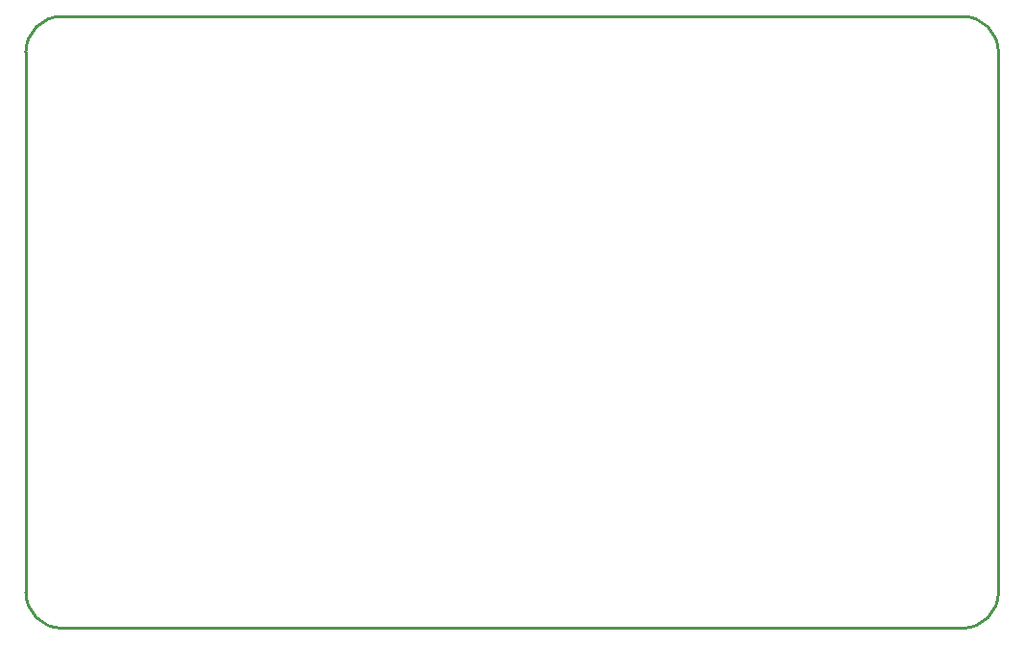
<source format=gm1>
G04*
G04 #@! TF.GenerationSoftware,Altium Limited,Altium Designer,23.3.1 (30)*
G04*
G04 Layer_Color=16711935*
%FSLAX26Y26*%
%MOIN*%
G70*
G04*
G04 #@! TF.SameCoordinates,F690B318-04D5-434D-AB11-BD4B9249E199*
G04*
G04*
G04 #@! TF.FilePolarity,Positive*
G04*
G01*
G75*
%ADD15C,0.010000*%
D15*
X312500Y1062500D02*
G03*
X437500Y937500I125000J0D01*
G01*
Y3062500D02*
G03*
X312500Y2937500I0J-125000D01*
G01*
X3562500Y937500D02*
G03*
X3687500Y1062500I0J125000D01*
G01*
Y2937500D02*
G03*
X3562500Y3062500I-125000J0D01*
G01*
X312500Y1062500D02*
Y2937500D01*
X437500Y937500D02*
X3562500D01*
X3687500Y1062500D02*
Y2937500D01*
X437500Y3062500D02*
X3562500D01*
M02*

</source>
